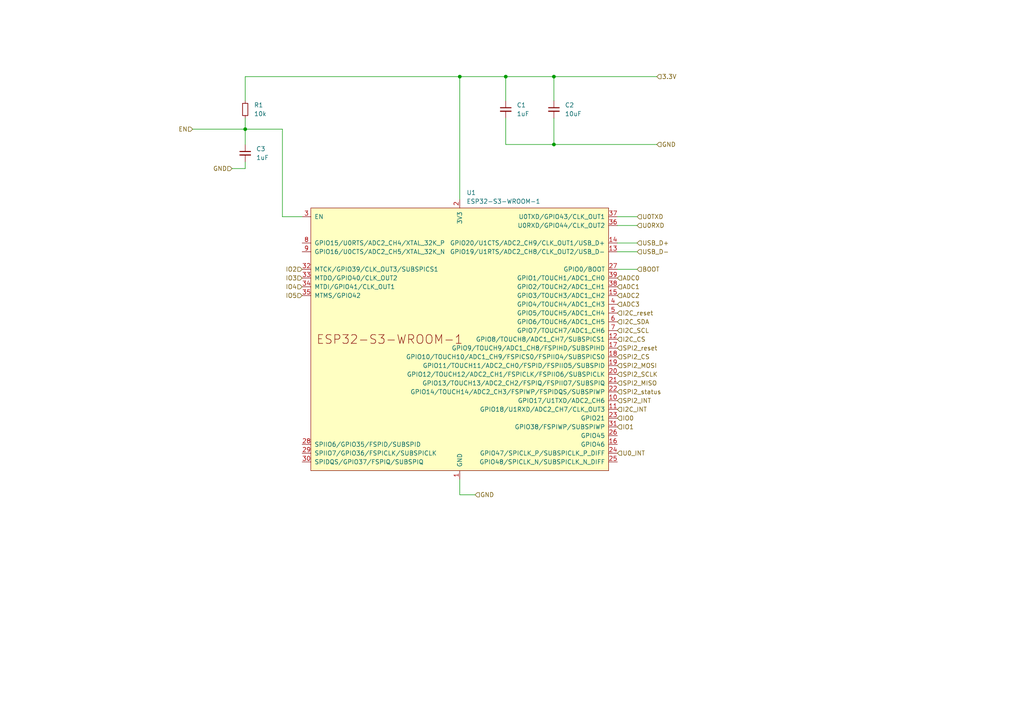
<source format=kicad_sch>
(kicad_sch (version 20230121) (generator eeschema)

  (uuid 1895faed-13c7-4877-930c-ef39a1d7419c)

  (paper "A4")

  (lib_symbols
    (symbol "Device:C_Small" (pin_numbers hide) (pin_names (offset 0.254) hide) (in_bom yes) (on_board yes)
      (property "Reference" "C" (at 0.254 1.778 0)
        (effects (font (size 1.27 1.27)) (justify left))
      )
      (property "Value" "C_Small" (at 0.254 -2.032 0)
        (effects (font (size 1.27 1.27)) (justify left))
      )
      (property "Footprint" "" (at 0 0 0)
        (effects (font (size 1.27 1.27)) hide)
      )
      (property "Datasheet" "~" (at 0 0 0)
        (effects (font (size 1.27 1.27)) hide)
      )
      (property "ki_keywords" "capacitor cap" (at 0 0 0)
        (effects (font (size 1.27 1.27)) hide)
      )
      (property "ki_description" "Unpolarized capacitor, small symbol" (at 0 0 0)
        (effects (font (size 1.27 1.27)) hide)
      )
      (property "ki_fp_filters" "C_*" (at 0 0 0)
        (effects (font (size 1.27 1.27)) hide)
      )
      (symbol "C_Small_0_1"
        (polyline
          (pts
            (xy -1.524 -0.508)
            (xy 1.524 -0.508)
          )
          (stroke (width 0.3302) (type default))
          (fill (type none))
        )
        (polyline
          (pts
            (xy -1.524 0.508)
            (xy 1.524 0.508)
          )
          (stroke (width 0.3048) (type default))
          (fill (type none))
        )
      )
      (symbol "C_Small_1_1"
        (pin passive line (at 0 2.54 270) (length 2.032)
          (name "~" (effects (font (size 1.27 1.27))))
          (number "1" (effects (font (size 1.27 1.27))))
        )
        (pin passive line (at 0 -2.54 90) (length 2.032)
          (name "~" (effects (font (size 1.27 1.27))))
          (number "2" (effects (font (size 1.27 1.27))))
        )
      )
    )
    (symbol "Device:R_Small" (pin_numbers hide) (pin_names (offset 0.254) hide) (in_bom yes) (on_board yes)
      (property "Reference" "R" (at 0.762 0.508 0)
        (effects (font (size 1.27 1.27)) (justify left))
      )
      (property "Value" "R_Small" (at 0.762 -1.016 0)
        (effects (font (size 1.27 1.27)) (justify left))
      )
      (property "Footprint" "" (at 0 0 0)
        (effects (font (size 1.27 1.27)) hide)
      )
      (property "Datasheet" "~" (at 0 0 0)
        (effects (font (size 1.27 1.27)) hide)
      )
      (property "ki_keywords" "R resistor" (at 0 0 0)
        (effects (font (size 1.27 1.27)) hide)
      )
      (property "ki_description" "Resistor, small symbol" (at 0 0 0)
        (effects (font (size 1.27 1.27)) hide)
      )
      (property "ki_fp_filters" "R_*" (at 0 0 0)
        (effects (font (size 1.27 1.27)) hide)
      )
      (symbol "R_Small_0_1"
        (rectangle (start -0.762 1.778) (end 0.762 -1.778)
          (stroke (width 0.2032) (type default))
          (fill (type none))
        )
      )
      (symbol "R_Small_1_1"
        (pin passive line (at 0 2.54 270) (length 0.762)
          (name "~" (effects (font (size 1.27 1.27))))
          (number "1" (effects (font (size 1.27 1.27))))
        )
        (pin passive line (at 0 -2.54 90) (length 0.762)
          (name "~" (effects (font (size 1.27 1.27))))
          (number "2" (effects (font (size 1.27 1.27))))
        )
      )
    )
    (symbol "b138:ESP32-S3-WROOM-1" (pin_names (offset 1.016)) (in_bom yes) (on_board yes)
      (property "Reference" "U" (at -43.18 43.18 0)
        (effects (font (size 1.27 1.27)) (justify left))
      )
      (property "Value" "ESP32-S3-WROOM-1" (at -43.18 40.64 0)
        (effects (font (size 1.27 1.27)) (justify left))
      )
      (property "Footprint" "Espressif:ESP32-S3-WROOM-1" (at 2.54 -48.26 0)
        (effects (font (size 1.27 1.27)) hide)
      )
      (property "Datasheet" "https://www.espressif.com/sites/default/files/documentation/esp32-s3-wroom-1_wroom-1u_datasheet_en.pdf" (at 2.54 -50.8 0)
        (effects (font (size 1.27 1.27)) hide)
      )
      (property "ki_description" "2.4 GHz WiFi (802.11 b/g/n) and Bluetooth ® 5 (LE) module Built around ESP32S3 series of SoCs, Xtensa ® dualcore 32bit LX7 microprocessor Flash up to 16 MB, PSRAM up to 8 MB 36 GPIOs, rich set of peripherals Onboard PCB antenna" (at 0 0 0)
        (effects (font (size 1.27 1.27)) hide)
      )
      (symbol "ESP32-S3-WROOM-1_0_0"
        (text "ESP32-S3-WROOM-1" (at -20.32 0 0)
          (effects (font (size 2.54 2.54)))
        )
        (pin power_in line (at 0 -40.64 90) (length 2.54)
          (name "GND" (effects (font (size 1.27 1.27))))
          (number "1" (effects (font (size 1.27 1.27))))
        )
        (pin bidirectional line (at 45.72 -17.78 180) (length 2.54)
          (name "GPIO17/U1TXD/ADC2_CH6" (effects (font (size 1.27 1.27))))
          (number "10" (effects (font (size 1.27 1.27))))
        )
        (pin bidirectional line (at 45.72 -20.32 180) (length 2.54)
          (name "GPIO18/U1RXD/ADC2_CH7/CLK_OUT3" (effects (font (size 1.27 1.27))))
          (number "11" (effects (font (size 1.27 1.27))))
        )
        (pin bidirectional line (at 45.72 0 180) (length 2.54)
          (name "GPIO8/TOUCH8/ADC1_CH7/SUBSPICS1" (effects (font (size 1.27 1.27))))
          (number "12" (effects (font (size 1.27 1.27))))
        )
        (pin bidirectional line (at 45.72 25.4 180) (length 2.54)
          (name "GPIO19/U1RTS/ADC2_CH8/CLK_OUT2/USB_D-" (effects (font (size 1.27 1.27))))
          (number "13" (effects (font (size 1.27 1.27))))
        )
        (pin bidirectional line (at 45.72 27.94 180) (length 2.54)
          (name "GPIO20/U1CTS/ADC2_CH9/CLK_OUT1/USB_D+" (effects (font (size 1.27 1.27))))
          (number "14" (effects (font (size 1.27 1.27))))
        )
        (pin bidirectional line (at 45.72 12.7 180) (length 2.54)
          (name "GPIO3/TOUCH3/ADC1_CH2" (effects (font (size 1.27 1.27))))
          (number "15" (effects (font (size 1.27 1.27))))
        )
        (pin bidirectional line (at 45.72 -30.48 180) (length 2.54)
          (name "GPIO46" (effects (font (size 1.27 1.27))))
          (number "16" (effects (font (size 1.27 1.27))))
        )
        (pin bidirectional line (at 45.72 -2.54 180) (length 2.54)
          (name "GPIO9/TOUCH9/ADC1_CH8/FSPIHD/SUBSPIHD" (effects (font (size 1.27 1.27))))
          (number "17" (effects (font (size 1.27 1.27))))
        )
        (pin bidirectional line (at 45.72 -5.08 180) (length 2.54)
          (name "GPIO10/TOUCH10/ADC1_CH9/FSPICS0/FSPIIO4/SUBSPICS0" (effects (font (size 1.27 1.27))))
          (number "18" (effects (font (size 1.27 1.27))))
        )
        (pin bidirectional line (at 45.72 -7.62 180) (length 2.54)
          (name "GPIO11/TOUCH11/ADC2_CH0/FSPID/FSPIIO5/SUBSPID" (effects (font (size 1.27 1.27))))
          (number "19" (effects (font (size 1.27 1.27))))
        )
        (pin power_in line (at 0 40.64 270) (length 2.54)
          (name "3V3" (effects (font (size 1.27 1.27))))
          (number "2" (effects (font (size 1.27 1.27))))
        )
        (pin bidirectional line (at 45.72 -10.16 180) (length 2.54)
          (name "GPIO12/TOUCH12/ADC2_CH1/FSPICLK/FSPIIO6/SUBSPICLK" (effects (font (size 1.27 1.27))))
          (number "20" (effects (font (size 1.27 1.27))))
        )
        (pin bidirectional line (at 45.72 -12.7 180) (length 2.54)
          (name "GPIO13/TOUCH13/ADC2_CH2/FSPIQ/FSPIIO7/SUBSPIQ" (effects (font (size 1.27 1.27))))
          (number "21" (effects (font (size 1.27 1.27))))
        )
        (pin bidirectional line (at 45.72 -15.24 180) (length 2.54)
          (name "GPIO14/TOUCH14/ADC2_CH3/FSPIWP/FSPIDQS/SUBSPIWP" (effects (font (size 1.27 1.27))))
          (number "22" (effects (font (size 1.27 1.27))))
        )
        (pin bidirectional line (at 45.72 -22.86 180) (length 2.54)
          (name "GPIO21" (effects (font (size 1.27 1.27))))
          (number "23" (effects (font (size 1.27 1.27))))
        )
        (pin bidirectional line (at 45.72 -33.02 180) (length 2.54)
          (name "GPIO47/SPICLK_P/SUBSPICLK_P_DIFF" (effects (font (size 1.27 1.27))))
          (number "24" (effects (font (size 1.27 1.27))))
        )
        (pin bidirectional line (at 45.72 -35.56 180) (length 2.54)
          (name "GPIO48/SPICLK_N/SUBSPICLK_N_DIFF" (effects (font (size 1.27 1.27))))
          (number "25" (effects (font (size 1.27 1.27))))
        )
        (pin bidirectional line (at 45.72 -27.94 180) (length 2.54)
          (name "GPIO45" (effects (font (size 1.27 1.27))))
          (number "26" (effects (font (size 1.27 1.27))))
        )
        (pin bidirectional line (at 45.72 20.32 180) (length 2.54)
          (name "GPIO0/BOOT" (effects (font (size 1.27 1.27))))
          (number "27" (effects (font (size 1.27 1.27))))
        )
        (pin bidirectional line (at -45.72 -30.48 0) (length 2.54)
          (name "SPIIO6/GPIO35/FSPID/SUBSPID" (effects (font (size 1.27 1.27))))
          (number "28" (effects (font (size 1.27 1.27))))
        )
        (pin bidirectional line (at -45.72 -33.02 0) (length 2.54)
          (name "SPIIO7/GPIO36/FSPICLK/SUBSPICLK" (effects (font (size 1.27 1.27))))
          (number "29" (effects (font (size 1.27 1.27))))
        )
        (pin input line (at -45.72 35.56 0) (length 2.54)
          (name "EN" (effects (font (size 1.27 1.27))))
          (number "3" (effects (font (size 1.27 1.27))))
        )
        (pin bidirectional line (at -45.72 -35.56 0) (length 2.54)
          (name "SPIDQS/GPIO37/FSPIQ/SUBSPIQ" (effects (font (size 1.27 1.27))))
          (number "30" (effects (font (size 1.27 1.27))))
        )
        (pin bidirectional line (at 45.72 -25.4 180) (length 2.54)
          (name "GPIO38/FSPIWP/SUBSPIWP" (effects (font (size 1.27 1.27))))
          (number "31" (effects (font (size 1.27 1.27))))
        )
        (pin bidirectional line (at -45.72 20.32 0) (length 2.54)
          (name "MTCK/GPIO39/CLK_OUT3/SUBSPICS1" (effects (font (size 1.27 1.27))))
          (number "32" (effects (font (size 1.27 1.27))))
        )
        (pin bidirectional line (at -45.72 17.78 0) (length 2.54)
          (name "MTDO/GPIO40/CLK_OUT2" (effects (font (size 1.27 1.27))))
          (number "33" (effects (font (size 1.27 1.27))))
        )
        (pin bidirectional line (at -45.72 15.24 0) (length 2.54)
          (name "MTDI/GPIO41/CLK_OUT1" (effects (font (size 1.27 1.27))))
          (number "34" (effects (font (size 1.27 1.27))))
        )
        (pin bidirectional line (at -45.72 12.7 0) (length 2.54)
          (name "MTMS/GPIO42" (effects (font (size 1.27 1.27))))
          (number "35" (effects (font (size 1.27 1.27))))
        )
        (pin bidirectional line (at 45.72 33.02 180) (length 2.54)
          (name "U0RXD/GPIO44/CLK_OUT2" (effects (font (size 1.27 1.27))))
          (number "36" (effects (font (size 1.27 1.27))))
        )
        (pin bidirectional line (at 45.72 35.56 180) (length 2.54)
          (name "U0TXD/GPIO43/CLK_OUT1" (effects (font (size 1.27 1.27))))
          (number "37" (effects (font (size 1.27 1.27))))
        )
        (pin bidirectional line (at 45.72 15.24 180) (length 2.54)
          (name "GPIO2/TOUCH2/ADC1_CH1" (effects (font (size 1.27 1.27))))
          (number "38" (effects (font (size 1.27 1.27))))
        )
        (pin bidirectional line (at 45.72 17.78 180) (length 2.54)
          (name "GPIO1/TOUCH1/ADC1_CH0" (effects (font (size 1.27 1.27))))
          (number "39" (effects (font (size 1.27 1.27))))
        )
        (pin bidirectional line (at 45.72 10.16 180) (length 2.54)
          (name "GPIO4/TOUCH4/ADC1_CH3" (effects (font (size 1.27 1.27))))
          (number "4" (effects (font (size 1.27 1.27))))
        )
        (pin passive line (at 0 -40.64 90) (length 2.54) hide
          (name "GND" (effects (font (size 1.27 1.27))))
          (number "40" (effects (font (size 1.27 1.27))))
        )
        (pin passive line (at 0 -40.64 90) (length 2.54) hide
          (name "GND" (effects (font (size 1.27 1.27))))
          (number "41" (effects (font (size 1.27 1.27))))
        )
        (pin bidirectional line (at 45.72 7.62 180) (length 2.54)
          (name "GPIO5/TOUCH5/ADC1_CH4" (effects (font (size 1.27 1.27))))
          (number "5" (effects (font (size 1.27 1.27))))
        )
        (pin bidirectional line (at 45.72 5.08 180) (length 2.54)
          (name "GPIO6/TOUCH6/ADC1_CH5" (effects (font (size 1.27 1.27))))
          (number "6" (effects (font (size 1.27 1.27))))
        )
        (pin bidirectional line (at 45.72 2.54 180) (length 2.54)
          (name "GPIO7/TOUCH7/ADC1_CH6" (effects (font (size 1.27 1.27))))
          (number "7" (effects (font (size 1.27 1.27))))
        )
        (pin bidirectional line (at -45.72 27.94 0) (length 2.54)
          (name "GPIO15/U0RTS/ADC2_CH4/XTAL_32K_P" (effects (font (size 1.27 1.27))))
          (number "8" (effects (font (size 1.27 1.27))))
        )
        (pin bidirectional line (at -45.72 25.4 0) (length 2.54)
          (name "GPIO16/U0CTS/ADC2_CH5/XTAL_32K_N" (effects (font (size 1.27 1.27))))
          (number "9" (effects (font (size 1.27 1.27))))
        )
      )
      (symbol "ESP32-S3-WROOM-1_0_1"
        (rectangle (start -43.18 38.1) (end 43.18 -38.1)
          (stroke (width 0) (type default))
          (fill (type background))
        )
      )
    )
  )

  (junction (at 71.12 37.465) (diameter 0) (color 0 0 0 0)
    (uuid 809b8830-133d-4168-b752-f4201a63af9a)
  )
  (junction (at 133.35 22.225) (diameter 0) (color 0 0 0 0)
    (uuid 8b2b1a8f-9113-45fd-8f58-8151b8503947)
  )
  (junction (at 146.685 22.225) (diameter 0) (color 0 0 0 0)
    (uuid 8bfc53b6-810a-4700-9558-e7e9bd4dc2bc)
  )
  (junction (at 160.655 22.225) (diameter 0) (color 0 0 0 0)
    (uuid aeee6f40-2667-4c31-9386-8a59cbf12de4)
  )
  (junction (at 160.655 41.91) (diameter 0) (color 0 0 0 0)
    (uuid ba10e9dc-3ed8-445f-8a57-2e233473d57e)
  )

  (wire (pts (xy 71.12 37.465) (xy 81.915 37.465))
    (stroke (width 0) (type default))
    (uuid 0420a9a1-3297-4ab0-9384-5cb1ac567f52)
  )
  (wire (pts (xy 133.35 22.225) (xy 133.35 57.785))
    (stroke (width 0) (type default))
    (uuid 042ea504-d2fd-4657-90f6-7cbd8de929bc)
  )
  (wire (pts (xy 55.88 37.465) (xy 71.12 37.465))
    (stroke (width 0) (type default))
    (uuid 06d4466b-e4a3-4ac3-8dc2-3bc333b9517f)
  )
  (wire (pts (xy 71.12 22.225) (xy 133.35 22.225))
    (stroke (width 0) (type default))
    (uuid 14288950-e3c4-4bd4-9c1c-4d00cedfd783)
  )
  (wire (pts (xy 146.685 22.225) (xy 133.35 22.225))
    (stroke (width 0) (type default))
    (uuid 22499ed0-1b8e-495c-9d2d-dd245911197a)
  )
  (wire (pts (xy 179.07 78.105) (xy 184.785 78.105))
    (stroke (width 0) (type default))
    (uuid 2c728731-939a-454c-8bf5-58e91f4c584c)
  )
  (wire (pts (xy 133.35 143.51) (xy 137.795 143.51))
    (stroke (width 0) (type default))
    (uuid 390a7534-8ee7-4154-a927-995f044099c1)
  )
  (wire (pts (xy 179.07 70.485) (xy 184.785 70.485))
    (stroke (width 0) (type default))
    (uuid 4996dd9e-c9e4-4ebd-a4bb-54e05c86a60b)
  )
  (wire (pts (xy 71.12 37.465) (xy 71.12 41.91))
    (stroke (width 0) (type default))
    (uuid 4d9f6860-9fb6-410f-b915-04df22ed91f4)
  )
  (wire (pts (xy 133.35 139.065) (xy 133.35 143.51))
    (stroke (width 0) (type default))
    (uuid 5a77f902-9ab2-4b2e-a120-3416e91d8192)
  )
  (wire (pts (xy 146.685 34.29) (xy 146.685 41.91))
    (stroke (width 0) (type default))
    (uuid 69ce1212-6cb3-4918-8f3d-78369120f122)
  )
  (wire (pts (xy 146.685 41.91) (xy 160.655 41.91))
    (stroke (width 0) (type default))
    (uuid 6b1a9f67-def3-4a3c-b513-a6351d35e012)
  )
  (wire (pts (xy 71.12 48.895) (xy 71.12 46.99))
    (stroke (width 0) (type default))
    (uuid 7133cc9f-2101-4e7a-8fb4-576e080d8ac6)
  )
  (wire (pts (xy 160.655 34.29) (xy 160.655 41.91))
    (stroke (width 0) (type default))
    (uuid 769cb4db-0a06-416f-91de-90f5fd30ae3b)
  )
  (wire (pts (xy 71.12 34.29) (xy 71.12 37.465))
    (stroke (width 0) (type default))
    (uuid 7b2cc706-fb83-4dc5-b680-123c4c1ce70d)
  )
  (wire (pts (xy 190.5 22.225) (xy 160.655 22.225))
    (stroke (width 0) (type default))
    (uuid 8e3425dd-960f-4e36-bcd3-ed0c43651b5d)
  )
  (wire (pts (xy 67.31 48.895) (xy 71.12 48.895))
    (stroke (width 0) (type default))
    (uuid 9029086b-3900-4724-a571-0357a6b99ce3)
  )
  (wire (pts (xy 179.07 65.405) (xy 184.785 65.405))
    (stroke (width 0) (type default))
    (uuid 96a0eeaf-f498-4b48-bafc-da595e1058b5)
  )
  (wire (pts (xy 160.655 41.91) (xy 190.5 41.91))
    (stroke (width 0) (type default))
    (uuid a4b1bca6-2a88-4894-981f-7427715d7778)
  )
  (wire (pts (xy 81.915 37.465) (xy 81.915 62.865))
    (stroke (width 0) (type default))
    (uuid a61632d3-235f-4c99-875b-78df54f9e8f9)
  )
  (wire (pts (xy 146.685 22.225) (xy 146.685 29.21))
    (stroke (width 0) (type default))
    (uuid aa769e28-6cfe-43e9-811f-709cfd7ee528)
  )
  (wire (pts (xy 71.12 29.21) (xy 71.12 22.225))
    (stroke (width 0) (type default))
    (uuid ac0b3c78-eeee-4645-8cb9-6404f8d18faf)
  )
  (wire (pts (xy 179.07 62.865) (xy 184.785 62.865))
    (stroke (width 0) (type default))
    (uuid c1a95dc1-4c14-4a4e-a5bc-4b2cccebfcf2)
  )
  (wire (pts (xy 81.915 62.865) (xy 87.63 62.865))
    (stroke (width 0) (type default))
    (uuid d302bf25-bd7f-414b-aa5d-df997627758e)
  )
  (wire (pts (xy 160.655 22.225) (xy 146.685 22.225))
    (stroke (width 0) (type default))
    (uuid e4fb1ef9-d048-401e-b23d-13eae3f30ad4)
  )
  (wire (pts (xy 160.655 22.225) (xy 160.655 29.21))
    (stroke (width 0) (type default))
    (uuid e554251d-a0d2-42b9-9162-f488677dc9da)
  )
  (wire (pts (xy 179.07 73.025) (xy 184.785 73.025))
    (stroke (width 0) (type default))
    (uuid f768a99c-4bcc-4d11-a4ab-5819ef906524)
  )

  (hierarchical_label "I2C_reset" (shape input) (at 179.07 90.805 0) (fields_autoplaced)
    (effects (font (size 1.27 1.27)) (justify left))
    (uuid 05910782-d4c1-47c2-8990-851c546527f9)
  )
  (hierarchical_label "SPI2_reset" (shape input) (at 179.07 100.965 0) (fields_autoplaced)
    (effects (font (size 1.27 1.27)) (justify left))
    (uuid 10abf2b0-9258-44d4-9428-75164e46e5d9)
  )
  (hierarchical_label "IO5" (shape input) (at 87.63 85.725 180) (fields_autoplaced)
    (effects (font (size 1.27 1.27)) (justify right))
    (uuid 139e6ea5-6d4b-4af6-987b-6ef1bcc7b2ac)
  )
  (hierarchical_label "SPI2_CS" (shape input) (at 179.07 103.505 0) (fields_autoplaced)
    (effects (font (size 1.27 1.27)) (justify left))
    (uuid 13e3aa94-1a4c-4994-b573-dac139a84c8a)
  )
  (hierarchical_label "EN" (shape input) (at 55.88 37.465 180) (fields_autoplaced)
    (effects (font (size 1.27 1.27)) (justify right))
    (uuid 152bc6fc-e11a-4210-9d45-c7aaec32bf65)
  )
  (hierarchical_label "SPI2_INT" (shape input) (at 179.07 116.205 0) (fields_autoplaced)
    (effects (font (size 1.27 1.27)) (justify left))
    (uuid 15edb4e9-860c-451e-9a07-f447565dd2de)
  )
  (hierarchical_label "U0TXD" (shape input) (at 184.785 62.865 0) (fields_autoplaced)
    (effects (font (size 1.27 1.27)) (justify left))
    (uuid 2864daca-c555-4e54-bfe1-79fcd8e9a448)
  )
  (hierarchical_label "ADC1" (shape input) (at 179.07 83.185 0) (fields_autoplaced)
    (effects (font (size 1.27 1.27)) (justify left))
    (uuid 28ccde0d-ed38-4669-8d9f-a10e9d47612f)
  )
  (hierarchical_label "IO1" (shape input) (at 179.07 123.825 0) (fields_autoplaced)
    (effects (font (size 1.27 1.27)) (justify left))
    (uuid 2998349b-a31b-4474-bad7-04b613f00773)
  )
  (hierarchical_label "USB_D+" (shape input) (at 184.785 70.485 0) (fields_autoplaced)
    (effects (font (size 1.27 1.27)) (justify left))
    (uuid 2e118f60-36a7-4008-b5b1-cb6834792639)
  )
  (hierarchical_label "GND" (shape input) (at 67.31 48.895 180) (fields_autoplaced)
    (effects (font (size 1.27 1.27)) (justify right))
    (uuid 32730f96-c1d4-401d-b19b-ab9ed9793a04)
  )
  (hierarchical_label "GND" (shape input) (at 137.795 143.51 0) (fields_autoplaced)
    (effects (font (size 1.27 1.27)) (justify left))
    (uuid 3a157695-9c71-4123-9d47-e9f157bde643)
  )
  (hierarchical_label "3.3V" (shape input) (at 190.5 22.225 0) (fields_autoplaced)
    (effects (font (size 1.27 1.27)) (justify left))
    (uuid 4e9365ca-f71e-4125-bcae-3d264c512c5f)
  )
  (hierarchical_label "SPI2_status" (shape input) (at 179.07 113.665 0) (fields_autoplaced)
    (effects (font (size 1.27 1.27)) (justify left))
    (uuid 504fccb2-4bc5-4d29-8cae-d7484d7b5650)
  )
  (hierarchical_label "I2C_SCL" (shape input) (at 179.07 95.885 0) (fields_autoplaced)
    (effects (font (size 1.27 1.27)) (justify left))
    (uuid 516e40b5-c675-4185-a699-f45443e364fb)
  )
  (hierarchical_label "USB_D-" (shape input) (at 184.785 73.025 0) (fields_autoplaced)
    (effects (font (size 1.27 1.27)) (justify left))
    (uuid 520e1a0c-18a1-4a0e-8876-72b7060312ea)
  )
  (hierarchical_label "BOOT" (shape input) (at 184.785 78.105 0) (fields_autoplaced)
    (effects (font (size 1.27 1.27)) (justify left))
    (uuid 57e035fe-8016-4a93-b7a4-1b6102c75882)
  )
  (hierarchical_label "IO2" (shape input) (at 87.63 78.105 180) (fields_autoplaced)
    (effects (font (size 1.27 1.27)) (justify right))
    (uuid 58bd9291-4dd7-432e-8fd7-e5c8bcdc6222)
  )
  (hierarchical_label "SPI2_MISO" (shape input) (at 179.07 111.125 0) (fields_autoplaced)
    (effects (font (size 1.27 1.27)) (justify left))
    (uuid 6126d33e-f9fb-4596-9655-c5ea5ee06edb)
  )
  (hierarchical_label "U0_INT" (shape input) (at 179.07 131.445 0) (fields_autoplaced)
    (effects (font (size 1.27 1.27)) (justify left))
    (uuid 61eef5ed-bae1-4850-a34c-3350aa24d878)
  )
  (hierarchical_label "SPI2_SCLK" (shape input) (at 179.07 108.585 0) (fields_autoplaced)
    (effects (font (size 1.27 1.27)) (justify left))
    (uuid 6639528f-9f80-4547-99b9-cc57efae82ae)
  )
  (hierarchical_label "IO0" (shape input) (at 179.07 121.285 0) (fields_autoplaced)
    (effects (font (size 1.27 1.27)) (justify left))
    (uuid 66c6a7d4-d14a-4a88-9d62-97cf85f644d7)
  )
  (hierarchical_label "I2C_CS" (shape input) (at 179.07 98.425 0) (fields_autoplaced)
    (effects (font (size 1.27 1.27)) (justify left))
    (uuid 6a2b6481-410c-4cc1-9065-b659c70b0224)
  )
  (hierarchical_label "I2C_SDA" (shape input) (at 179.07 93.345 0) (fields_autoplaced)
    (effects (font (size 1.27 1.27)) (justify left))
    (uuid 7f7ae584-d803-4556-b4e9-39c0bc5fae54)
  )
  (hierarchical_label "GND" (shape input) (at 190.5 41.91 0) (fields_autoplaced)
    (effects (font (size 1.27 1.27)) (justify left))
    (uuid 82d3147f-d9c7-4670-a53f-5f2e00edb00d)
  )
  (hierarchical_label "IO4" (shape input) (at 87.63 83.185 180) (fields_autoplaced)
    (effects (font (size 1.27 1.27)) (justify right))
    (uuid 957609c4-2023-4f1a-933c-7f330a54e54c)
  )
  (hierarchical_label "U0RXD" (shape input) (at 184.785 65.405 0) (fields_autoplaced)
    (effects (font (size 1.27 1.27)) (justify left))
    (uuid 9e2fa930-bcb2-41a1-9d03-2c698b88b1e1)
  )
  (hierarchical_label "I2C_INT" (shape input) (at 179.07 118.745 0) (fields_autoplaced)
    (effects (font (size 1.27 1.27)) (justify left))
    (uuid 9ec9d271-2f15-4a8d-905c-005bada6ab3f)
  )
  (hierarchical_label "IO3" (shape input) (at 87.63 80.645 180) (fields_autoplaced)
    (effects (font (size 1.27 1.27)) (justify right))
    (uuid c237792e-f86b-4c79-a795-df28b0ca942d)
  )
  (hierarchical_label "SPI2_MOSI" (shape input) (at 179.07 106.045 0) (fields_autoplaced)
    (effects (font (size 1.27 1.27)) (justify left))
    (uuid e46a6ac5-deed-4f3f-9b80-9b96c6b4d66f)
  )
  (hierarchical_label "ADC3" (shape input) (at 179.07 88.265 0) (fields_autoplaced)
    (effects (font (size 1.27 1.27)) (justify left))
    (uuid e46b205e-bc75-4955-a345-70e8c8217821)
  )
  (hierarchical_label "ADC2" (shape input) (at 179.07 85.725 0) (fields_autoplaced)
    (effects (font (size 1.27 1.27)) (justify left))
    (uuid e8ae0944-3c1d-49d7-873e-0c66f50d7ca5)
  )
  (hierarchical_label "ADC0" (shape input) (at 179.07 80.645 0) (fields_autoplaced)
    (effects (font (size 1.27 1.27)) (justify left))
    (uuid fc820135-edd0-4edb-9a91-da97092bd23e)
  )

  (symbol (lib_id "Device:C_Small") (at 71.12 44.45 0) (unit 1)
    (in_bom yes) (on_board yes) (dnp no) (fields_autoplaced)
    (uuid 316b3ccb-6853-42fc-b8b0-949083943b23)
    (property "Reference" "C3" (at 74.295 43.1863 0)
      (effects (font (size 1.27 1.27)) (justify left))
    )
    (property "Value" "1uF" (at 74.295 45.7263 0)
      (effects (font (size 1.27 1.27)) (justify left))
    )
    (property "Footprint" "Capacitor_SMD:C_0603_1608Metric" (at 71.12 44.45 0)
      (effects (font (size 1.27 1.27)) hide)
    )
    (property "Datasheet" "~" (at 71.12 44.45 0)
      (effects (font (size 1.27 1.27)) hide)
    )
    (pin "1" (uuid 90e97018-3536-407c-9a59-296ebcc311e1))
    (pin "2" (uuid 04a48831-ec4c-47a1-a8eb-cac92a4b3933))
    (instances
      (project "board"
        (path "/57732dd3-1162-4c3f-88bd-31bf473d124d/767ce4c6-0e55-4543-92f0-34cb8237a544"
          (reference "C3") (unit 1)
        )
      )
    )
  )

  (symbol (lib_id "Device:C_Small") (at 160.655 31.75 0) (unit 1)
    (in_bom yes) (on_board yes) (dnp no) (fields_autoplaced)
    (uuid 7cafa5da-b030-4a15-8235-f89c1ab18a72)
    (property "Reference" "C2" (at 163.83 30.4863 0)
      (effects (font (size 1.27 1.27)) (justify left))
    )
    (property "Value" "10uF" (at 163.83 33.0263 0)
      (effects (font (size 1.27 1.27)) (justify left))
    )
    (property "Footprint" "Capacitor_SMD:C_0603_1608Metric" (at 160.655 31.75 0)
      (effects (font (size 1.27 1.27)) hide)
    )
    (property "Datasheet" "~" (at 160.655 31.75 0)
      (effects (font (size 1.27 1.27)) hide)
    )
    (pin "1" (uuid 2d4b4262-286f-4911-bca4-72e5b2cddf68))
    (pin "2" (uuid 70c1dacc-b119-4cdd-ad83-6bf35f4bb669))
    (instances
      (project "board"
        (path "/57732dd3-1162-4c3f-88bd-31bf473d124d/767ce4c6-0e55-4543-92f0-34cb8237a544"
          (reference "C2") (unit 1)
        )
      )
    )
  )

  (symbol (lib_id "b138:ESP32-S3-WROOM-1") (at 133.35 98.425 0) (unit 1)
    (in_bom yes) (on_board yes) (dnp no) (fields_autoplaced)
    (uuid 84e1305c-377d-4f1e-9f27-d3fccdf6609d)
    (property "Reference" "U1" (at 135.3059 55.88 0)
      (effects (font (size 1.27 1.27)) (justify left))
    )
    (property "Value" "ESP32-S3-WROOM-1" (at 135.3059 58.42 0)
      (effects (font (size 1.27 1.27)) (justify left))
    )
    (property "Footprint" "b138:ESP32-S3-WROOM-1U" (at 135.89 146.685 0)
      (effects (font (size 1.27 1.27)) hide)
    )
    (property "Datasheet" "https://www.espressif.com/sites/default/files/documentation/esp32-s3-wroom-1_wroom-1u_datasheet_en.pdf" (at 135.89 149.225 0)
      (effects (font (size 1.27 1.27)) hide)
    )
    (pin "1" (uuid 7850e8e4-9db6-47f3-baf1-da8589db10a8))
    (pin "10" (uuid 36c752dd-39ed-4fa8-8f8b-7487d8aeefd5))
    (pin "11" (uuid 2bffb760-6a70-4e58-bd77-56e90f17165a))
    (pin "12" (uuid 823af17b-062b-4c94-a066-245d89959502))
    (pin "13" (uuid 59da67ac-31d6-49ad-87e4-67928d0dcccd))
    (pin "14" (uuid a481af12-94f0-45c1-8085-d0f1b1eeb611))
    (pin "15" (uuid 55b85c07-879c-496f-ab2c-f62d51255b28))
    (pin "16" (uuid 5d94492f-6f3e-47b4-b123-9ef54188886d))
    (pin "17" (uuid ec1254ee-402f-417c-88b1-da7f40e08f26))
    (pin "18" (uuid 16a0c4f7-d2fc-4030-ae16-0bb847294eb1))
    (pin "19" (uuid c3fd8433-1237-4007-b177-e88f946fbe3f))
    (pin "2" (uuid 48c8390e-1454-406a-9858-ede268845539))
    (pin "20" (uuid 537a1e00-fffb-4a0b-9cb8-e0c58a3893b9))
    (pin "21" (uuid 06ebd00e-b5e1-4f3c-b05a-4e0855c6db0a))
    (pin "22" (uuid 990a2a23-331e-46f8-ad9d-2c55d96ff2b8))
    (pin "23" (uuid 62f4ec04-b4ba-4f20-a164-051a3122b11f))
    (pin "24" (uuid f0b99c0d-07b6-49f6-a616-f55f41e24183))
    (pin "25" (uuid 7ceadd03-0694-49ac-9178-e2050da6a8d8))
    (pin "26" (uuid a51c1c9a-9866-48d7-9d7c-965be71eeebe))
    (pin "27" (uuid abe0c2be-d284-4c57-befb-872273ff5657))
    (pin "28" (uuid 1ea57bf3-13b4-457d-a291-cd9f8622bcc5))
    (pin "29" (uuid a97500e6-ebea-429f-a8bc-1f5b930c0eec))
    (pin "3" (uuid 09fb9b3e-b05a-4c04-b1c6-208648b14a74))
    (pin "30" (uuid 141b02fa-6ae4-4784-bc06-03f1e6597719))
    (pin "31" (uuid 130cfd75-8f48-433a-ad7c-4d30f68a2ebf))
    (pin "32" (uuid b30a8fab-359f-4888-8d53-111a9daeb5c9))
    (pin "33" (uuid 8aa959f8-f8f5-4c8a-be43-c49f1ef82143))
    (pin "34" (uuid 46d4ba0f-2c5f-4472-9dd9-75b7eb8bfff6))
    (pin "35" (uuid b61dca1f-f4f8-4b02-b768-4f3956fb8067))
    (pin "36" (uuid fbc18340-b6fb-42e6-a9ed-1cf94970cd5b))
    (pin "37" (uuid 99ac1f22-32a2-4d78-809c-dbf079751d58))
    (pin "38" (uuid ba0bfb45-3913-432f-afce-db92db86bcdb))
    (pin "39" (uuid 3093b671-4000-4391-a6bb-8d96af6bbe31))
    (pin "4" (uuid 5c7670f3-f23e-4f5d-a07e-092905ea0da1))
    (pin "40" (uuid 84c22717-1157-4102-ad9e-33bbf2566db9))
    (pin "41" (uuid aec07b63-cf3d-4139-9748-f62483ddecb4))
    (pin "5" (uuid 3b3bb89d-4dce-4b96-a2fe-152893e76121))
    (pin "6" (uuid 9d60e566-fbac-4bc7-a129-c51373ea658e))
    (pin "7" (uuid d039b30e-6e61-4348-a26a-3f4c48133c39))
    (pin "8" (uuid d2bce438-fed9-4335-9ab5-5b17399c7e4f))
    (pin "9" (uuid 2014eb38-c08b-4e38-934c-97e97a83ffa9))
    (instances
      (project "board"
        (path "/57732dd3-1162-4c3f-88bd-31bf473d124d/767ce4c6-0e55-4543-92f0-34cb8237a544"
          (reference "U1") (unit 1)
        )
      )
    )
  )

  (symbol (lib_id "Device:R_Small") (at 71.12 31.75 0) (unit 1)
    (in_bom yes) (on_board yes) (dnp no) (fields_autoplaced)
    (uuid a0488ad6-2ea6-49a4-b575-053b47157214)
    (property "Reference" "R1" (at 73.66 30.48 0)
      (effects (font (size 1.27 1.27)) (justify left))
    )
    (property "Value" "10k" (at 73.66 33.02 0)
      (effects (font (size 1.27 1.27)) (justify left))
    )
    (property "Footprint" "Resistor_SMD:R_0603_1608Metric" (at 71.12 31.75 0)
      (effects (font (size 1.27 1.27)) hide)
    )
    (property "Datasheet" "~" (at 71.12 31.75 0)
      (effects (font (size 1.27 1.27)) hide)
    )
    (pin "1" (uuid 4245953c-2f22-4430-96b5-10c05175f7f2))
    (pin "2" (uuid ba04d9fe-f7d1-4de7-a758-5a2817cb54e6))
    (instances
      (project "board"
        (path "/57732dd3-1162-4c3f-88bd-31bf473d124d/767ce4c6-0e55-4543-92f0-34cb8237a544"
          (reference "R1") (unit 1)
        )
      )
    )
  )

  (symbol (lib_id "Device:C_Small") (at 146.685 31.75 0) (unit 1)
    (in_bom yes) (on_board yes) (dnp no) (fields_autoplaced)
    (uuid e42b9d74-0e94-4913-9474-35ea941e021a)
    (property "Reference" "C1" (at 149.86 30.4863 0)
      (effects (font (size 1.27 1.27)) (justify left))
    )
    (property "Value" "1uF" (at 149.86 33.0263 0)
      (effects (font (size 1.27 1.27)) (justify left))
    )
    (property "Footprint" "Capacitor_SMD:C_0603_1608Metric" (at 146.685 31.75 0)
      (effects (font (size 1.27 1.27)) hide)
    )
    (property "Datasheet" "~" (at 146.685 31.75 0)
      (effects (font (size 1.27 1.27)) hide)
    )
    (pin "1" (uuid 35d46c24-a453-49b9-8880-f6501c1ea6e4))
    (pin "2" (uuid 84a5427d-f411-4189-8cc0-31852b7befcf))
    (instances
      (project "board"
        (path "/57732dd3-1162-4c3f-88bd-31bf473d124d/767ce4c6-0e55-4543-92f0-34cb8237a544"
          (reference "C1") (unit 1)
        )
      )
    )
  )
)

</source>
